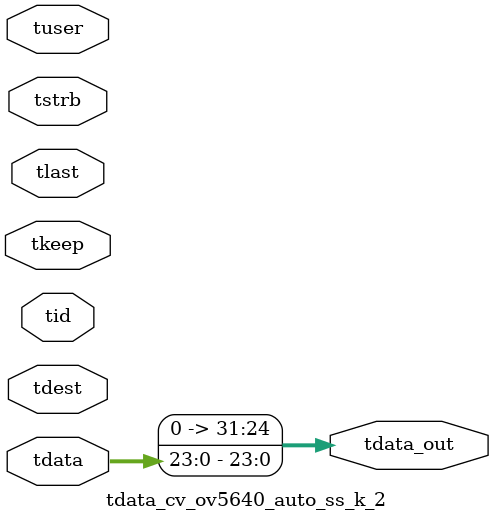
<source format=v>


`timescale 1ps/1ps

module tdata_cv_ov5640_auto_ss_k_2 #
(
parameter C_S_AXIS_TDATA_WIDTH = 32,
parameter C_S_AXIS_TUSER_WIDTH = 0,
parameter C_S_AXIS_TID_WIDTH   = 0,
parameter C_S_AXIS_TDEST_WIDTH = 0,
parameter C_M_AXIS_TDATA_WIDTH = 32
)
(
input  [(C_S_AXIS_TDATA_WIDTH == 0 ? 1 : C_S_AXIS_TDATA_WIDTH)-1:0     ] tdata,
input  [(C_S_AXIS_TUSER_WIDTH == 0 ? 1 : C_S_AXIS_TUSER_WIDTH)-1:0     ] tuser,
input  [(C_S_AXIS_TID_WIDTH   == 0 ? 1 : C_S_AXIS_TID_WIDTH)-1:0       ] tid,
input  [(C_S_AXIS_TDEST_WIDTH == 0 ? 1 : C_S_AXIS_TDEST_WIDTH)-1:0     ] tdest,
input  [(C_S_AXIS_TDATA_WIDTH/8)-1:0 ] tkeep,
input  [(C_S_AXIS_TDATA_WIDTH/8)-1:0 ] tstrb,
input                                                                    tlast,
output [C_M_AXIS_TDATA_WIDTH-1:0] tdata_out
);

assign tdata_out = {tdata[23:0]};

endmodule


</source>
